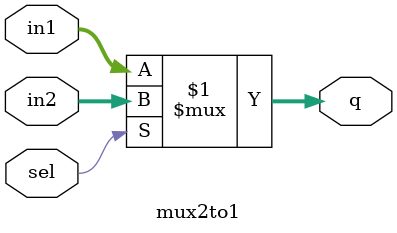
<source format=v>
module mux2to1 (
	input [31:0] in1,
	input [31:0] in2,
	output [31:0] q,
	input sel
);

assign q = sel ? in2 : in1;

endmodule
</source>
